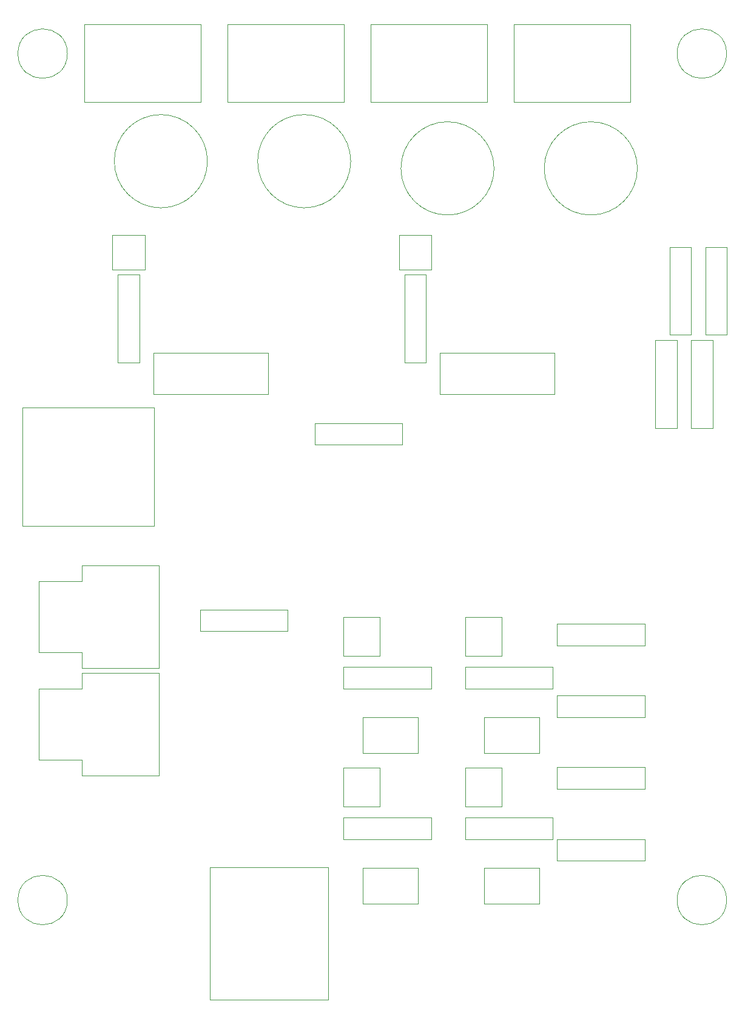
<source format=gbr>
%TF.GenerationSoftware,KiCad,Pcbnew,8.0.6-8.0.6-0~ubuntu22.04.1*%
%TF.CreationDate,2025-02-01T00:56:35+00:00*%
%TF.ProjectId,miniv_estop_board,6d696e69-765f-4657-9374-6f705f626f61,rev?*%
%TF.SameCoordinates,Original*%
%TF.FileFunction,Other,User*%
%FSLAX46Y46*%
G04 Gerber Fmt 4.6, Leading zero omitted, Abs format (unit mm)*
G04 Created by KiCad (PCBNEW 8.0.6-8.0.6-0~ubuntu22.04.1) date 2025-02-01 00:56:35*
%MOMM*%
%LPD*%
G01*
G04 APERTURE LIST*
%ADD10C,0.050000*%
G04 APERTURE END LIST*
D10*
%TO.C,J1*%
X93150000Y-84850000D02*
X93150000Y-68350000D01*
X93150000Y-84850000D02*
X111550000Y-84850000D01*
X111550000Y-68350000D02*
X93150000Y-68350000D01*
X111550000Y-68350000D02*
X111550000Y-84850000D01*
%TO.C,D3*%
X145750000Y-44300000D02*
X145750000Y-49150000D01*
X145750000Y-49150000D02*
X150250000Y-49150000D01*
X150250000Y-44300000D02*
X145750000Y-44300000D01*
X150250000Y-49150000D02*
X150250000Y-44300000D01*
%TO.C,J8*%
X95450000Y-92580000D02*
X101450000Y-92580000D01*
X95450000Y-102420000D02*
X95450000Y-92580000D01*
X95450000Y-102420000D02*
X101450000Y-102420000D01*
X101450000Y-90350000D02*
X112250000Y-90350000D01*
X101450000Y-92580000D02*
X101450000Y-90350000D01*
X101450000Y-104650000D02*
X101450000Y-102420000D01*
X101450000Y-104650000D02*
X112250000Y-104650000D01*
X112250000Y-104650000D02*
X112250000Y-90350000D01*
%TO.C,C5*%
X140650000Y-132500000D02*
X140650000Y-137500000D01*
X140650000Y-137500000D02*
X148350000Y-137500000D01*
X148350000Y-132500000D02*
X140650000Y-132500000D01*
X148350000Y-137500000D02*
X148350000Y-132500000D01*
%TO.C,R13*%
X183500000Y-45950000D02*
X183500000Y-58210000D01*
X183500000Y-58210000D02*
X186500000Y-58210000D01*
X186500000Y-45950000D02*
X183500000Y-45950000D01*
X186500000Y-58210000D02*
X186500000Y-45950000D01*
%TO.C,R3*%
X154950000Y-104500000D02*
X154950000Y-107500000D01*
X154950000Y-107500000D02*
X167210000Y-107500000D01*
X167210000Y-104500000D02*
X154950000Y-104500000D01*
X167210000Y-107500000D02*
X167210000Y-104500000D01*
%TO.C,R2*%
X106500000Y-49790000D02*
X106500000Y-62050000D01*
X106500000Y-62050000D02*
X109500000Y-62050000D01*
X109500000Y-49790000D02*
X106500000Y-49790000D01*
X109500000Y-62050000D02*
X109500000Y-49790000D01*
%TO.C,R1*%
X133950000Y-70500000D02*
X133950000Y-73500000D01*
X133950000Y-73500000D02*
X146210000Y-73500000D01*
X146210000Y-70500000D02*
X133950000Y-70500000D01*
X146210000Y-73500000D02*
X146210000Y-70500000D01*
%TO.C,C2*%
X119000000Y-34000000D02*
G75*
G02*
X106000000Y-34000000I-6500000J0D01*
G01*
X106000000Y-34000000D02*
G75*
G02*
X119000000Y-34000000I6500000J0D01*
G01*
%TO.C,R5*%
X154950000Y-125500000D02*
X154950000Y-128500000D01*
X154950000Y-128500000D02*
X167210000Y-128500000D01*
X167210000Y-125500000D02*
X154950000Y-125500000D01*
X167210000Y-128500000D02*
X167210000Y-125500000D01*
%TO.C,J3*%
X121790000Y-14900000D02*
X121790000Y-25710000D01*
X121790000Y-25710000D02*
X138040000Y-25710000D01*
X138040000Y-14900000D02*
X121790000Y-14900000D01*
X138040000Y-25710000D02*
X138040000Y-14900000D01*
%TO.C,R6*%
X137950000Y-104500000D02*
X137950000Y-107500000D01*
X137950000Y-107500000D02*
X150210000Y-107500000D01*
X150210000Y-104500000D02*
X137950000Y-104500000D01*
X150210000Y-107500000D02*
X150210000Y-104500000D01*
%TO.C,R12*%
X181500000Y-58950000D02*
X181500000Y-71210000D01*
X181500000Y-71210000D02*
X184500000Y-71210000D01*
X184500000Y-58950000D02*
X181500000Y-58950000D01*
X184500000Y-71210000D02*
X184500000Y-58950000D01*
%TO.C,Q3*%
X137990000Y-103000000D02*
X137990000Y-97540000D01*
X137990000Y-103000000D02*
X143050000Y-103000000D01*
X143050000Y-97540000D02*
X143050000Y-103000000D01*
X143050000Y-97550000D02*
X137990000Y-97540000D01*
%TO.C,C7*%
X159000000Y-35000000D02*
G75*
G02*
X146000000Y-35000000I-6500000J0D01*
G01*
X146000000Y-35000000D02*
G75*
G02*
X159000000Y-35000000I6500000J0D01*
G01*
%TO.C,D1*%
X105750000Y-44300000D02*
X105750000Y-49150000D01*
X105750000Y-49150000D02*
X110250000Y-49150000D01*
X110250000Y-44300000D02*
X105750000Y-44300000D01*
X110250000Y-49150000D02*
X110250000Y-44300000D01*
%TO.C,R15*%
X188500000Y-45950000D02*
X188500000Y-58210000D01*
X188500000Y-58210000D02*
X191500000Y-58210000D01*
X191500000Y-45950000D02*
X188500000Y-45950000D01*
X191500000Y-58210000D02*
X191500000Y-45950000D01*
%TO.C,H4*%
X191450000Y-137000000D02*
G75*
G02*
X184550000Y-137000000I-3450000J0D01*
G01*
X184550000Y-137000000D02*
G75*
G02*
X191450000Y-137000000I3450000J0D01*
G01*
%TO.C,R16*%
X146500000Y-49790000D02*
X146500000Y-62050000D01*
X146500000Y-62050000D02*
X149500000Y-62050000D01*
X149500000Y-49790000D02*
X146500000Y-49790000D01*
X149500000Y-62050000D02*
X149500000Y-49790000D01*
%TO.C,Q7*%
X154990000Y-103000000D02*
X154990000Y-97540000D01*
X154990000Y-103000000D02*
X160050000Y-103000000D01*
X160050000Y-97540000D02*
X160050000Y-103000000D01*
X160050000Y-97550000D02*
X154990000Y-97540000D01*
%TO.C,J5*%
X161790000Y-14900000D02*
X161790000Y-25710000D01*
X161790000Y-25710000D02*
X178040000Y-25710000D01*
X178040000Y-14900000D02*
X161790000Y-14900000D01*
X178040000Y-25710000D02*
X178040000Y-14900000D01*
%TO.C,R11*%
X117950000Y-96500000D02*
X117950000Y-99500000D01*
X117950000Y-99500000D02*
X130210000Y-99500000D01*
X130210000Y-96500000D02*
X117950000Y-96500000D01*
X130210000Y-99500000D02*
X130210000Y-96500000D01*
%TO.C,J7*%
X95450000Y-107580000D02*
X101450000Y-107580000D01*
X95450000Y-117420000D02*
X95450000Y-107580000D01*
X95450000Y-117420000D02*
X101450000Y-117420000D01*
X101450000Y-105350000D02*
X112250000Y-105350000D01*
X101450000Y-107580000D02*
X101450000Y-105350000D01*
X101450000Y-119650000D02*
X101450000Y-117420000D01*
X101450000Y-119650000D02*
X112250000Y-119650000D01*
X112250000Y-119650000D02*
X112250000Y-105350000D01*
%TO.C,Q2*%
X154990000Y-124000000D02*
X154990000Y-118540000D01*
X154990000Y-124000000D02*
X160050000Y-124000000D01*
X160050000Y-118540000D02*
X160050000Y-124000000D01*
X160050000Y-118550000D02*
X154990000Y-118540000D01*
%TO.C,J2*%
X101790000Y-14900000D02*
X101790000Y-25710000D01*
X101790000Y-25710000D02*
X118040000Y-25710000D01*
X118040000Y-14900000D02*
X101790000Y-14900000D01*
X118040000Y-25710000D02*
X118040000Y-14900000D01*
%TO.C,Q1*%
X111450000Y-60750000D02*
X111450000Y-66500000D01*
X111450000Y-66500000D02*
X127450000Y-66500000D01*
X127450000Y-60750000D02*
X111450000Y-60750000D01*
X127450000Y-66500000D02*
X127450000Y-60750000D01*
%TO.C,C1*%
X157650000Y-111500000D02*
X157650000Y-116500000D01*
X157650000Y-116500000D02*
X165350000Y-116500000D01*
X165350000Y-111500000D02*
X157650000Y-111500000D01*
X165350000Y-116500000D02*
X165350000Y-111500000D01*
%TO.C,R8*%
X167790000Y-108500000D02*
X167790000Y-111500000D01*
X167790000Y-111500000D02*
X180050000Y-111500000D01*
X180050000Y-108500000D02*
X167790000Y-108500000D01*
X180050000Y-111500000D02*
X180050000Y-108500000D01*
%TO.C,J4*%
X141790000Y-14900000D02*
X141790000Y-25710000D01*
X141790000Y-25710000D02*
X158040000Y-25710000D01*
X158040000Y-14900000D02*
X141790000Y-14900000D01*
X158040000Y-25710000D02*
X158040000Y-14900000D01*
%TO.C,H3*%
X99450000Y-137000000D02*
G75*
G02*
X92550000Y-137000000I-3450000J0D01*
G01*
X92550000Y-137000000D02*
G75*
G02*
X99450000Y-137000000I3450000J0D01*
G01*
%TO.C,R14*%
X186500000Y-58950000D02*
X186500000Y-71210000D01*
X186500000Y-71210000D02*
X189500000Y-71210000D01*
X189500000Y-58950000D02*
X186500000Y-58950000D01*
X189500000Y-71210000D02*
X189500000Y-58950000D01*
%TO.C,C9*%
X179000000Y-35000000D02*
G75*
G02*
X166000000Y-35000000I-6500000J0D01*
G01*
X166000000Y-35000000D02*
G75*
G02*
X179000000Y-35000000I6500000J0D01*
G01*
%TO.C,C6*%
X139000000Y-34000000D02*
G75*
G02*
X126000000Y-34000000I-6500000J0D01*
G01*
X126000000Y-34000000D02*
G75*
G02*
X139000000Y-34000000I6500000J0D01*
G01*
%TO.C,Q6*%
X151450000Y-60750000D02*
X151450000Y-66500000D01*
X151450000Y-66500000D02*
X167450000Y-66500000D01*
X167450000Y-60750000D02*
X151450000Y-60750000D01*
X167450000Y-66500000D02*
X167450000Y-60750000D01*
%TO.C,H2*%
X191450000Y-19000000D02*
G75*
G02*
X184550000Y-19000000I-3450000J0D01*
G01*
X184550000Y-19000000D02*
G75*
G02*
X191450000Y-19000000I3450000J0D01*
G01*
%TO.C,R9*%
X167790000Y-118500000D02*
X167790000Y-121500000D01*
X167790000Y-121500000D02*
X180050000Y-121500000D01*
X180050000Y-118500000D02*
X167790000Y-118500000D01*
X180050000Y-121500000D02*
X180050000Y-118500000D01*
%TO.C,H1*%
X99450000Y-19000000D02*
G75*
G02*
X92550000Y-19000000I-3450000J0D01*
G01*
X92550000Y-19000000D02*
G75*
G02*
X99450000Y-19000000I3450000J0D01*
G01*
%TO.C,C4*%
X140650000Y-111500000D02*
X140650000Y-116500000D01*
X140650000Y-116500000D02*
X148350000Y-116500000D01*
X148350000Y-111500000D02*
X140650000Y-111500000D01*
X148350000Y-116500000D02*
X148350000Y-111500000D01*
%TO.C,R7*%
X137950000Y-125500000D02*
X137950000Y-128500000D01*
X137950000Y-128500000D02*
X150210000Y-128500000D01*
X150210000Y-125500000D02*
X137950000Y-125500000D01*
X150210000Y-128500000D02*
X150210000Y-125500000D01*
%TO.C,J6*%
X119350000Y-132450000D02*
X119350000Y-150850000D01*
X119350000Y-132450000D02*
X135850000Y-132450000D01*
X135850000Y-150850000D02*
X119350000Y-150850000D01*
X135850000Y-150850000D02*
X135850000Y-132450000D01*
%TO.C,Q4*%
X137990000Y-124000000D02*
X137990000Y-118540000D01*
X137990000Y-124000000D02*
X143050000Y-124000000D01*
X143050000Y-118540000D02*
X143050000Y-124000000D01*
X143050000Y-118550000D02*
X137990000Y-118540000D01*
%TO.C,C3*%
X157650000Y-132500000D02*
X157650000Y-137500000D01*
X157650000Y-137500000D02*
X165350000Y-137500000D01*
X165350000Y-132500000D02*
X157650000Y-132500000D01*
X165350000Y-137500000D02*
X165350000Y-132500000D01*
%TO.C,R10*%
X167790000Y-128500000D02*
X167790000Y-131500000D01*
X167790000Y-131500000D02*
X180050000Y-131500000D01*
X180050000Y-128500000D02*
X167790000Y-128500000D01*
X180050000Y-131500000D02*
X180050000Y-128500000D01*
%TO.C,R4*%
X167790000Y-98500000D02*
X167790000Y-101500000D01*
X167790000Y-101500000D02*
X180050000Y-101500000D01*
X180050000Y-98500000D02*
X167790000Y-98500000D01*
X180050000Y-101500000D02*
X180050000Y-98500000D01*
%TD*%
M02*

</source>
